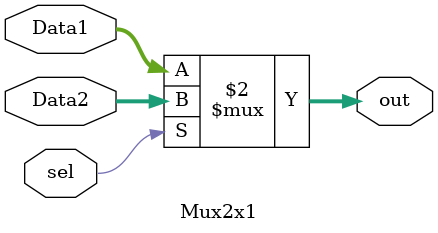
<source format=v>
module Mux2x1 #(parameter width = 'd32)
(
  	 	input  [width-1:0]  Data1, Data2, 
	   input               sel,
     output [width-1:0]  out );

//selction for ALUSrc, PCSrc 
//Data1 --> RD2 , Data2 --> ImmExt this case when ALUSrc is a selction for Mux
//Data1 --> PC + 4 , Data2 --> PCTarget this case when PCSrc is a selction for Mux

assign out = (sel==1)? Data2 : Data1;

endmodule

</source>
